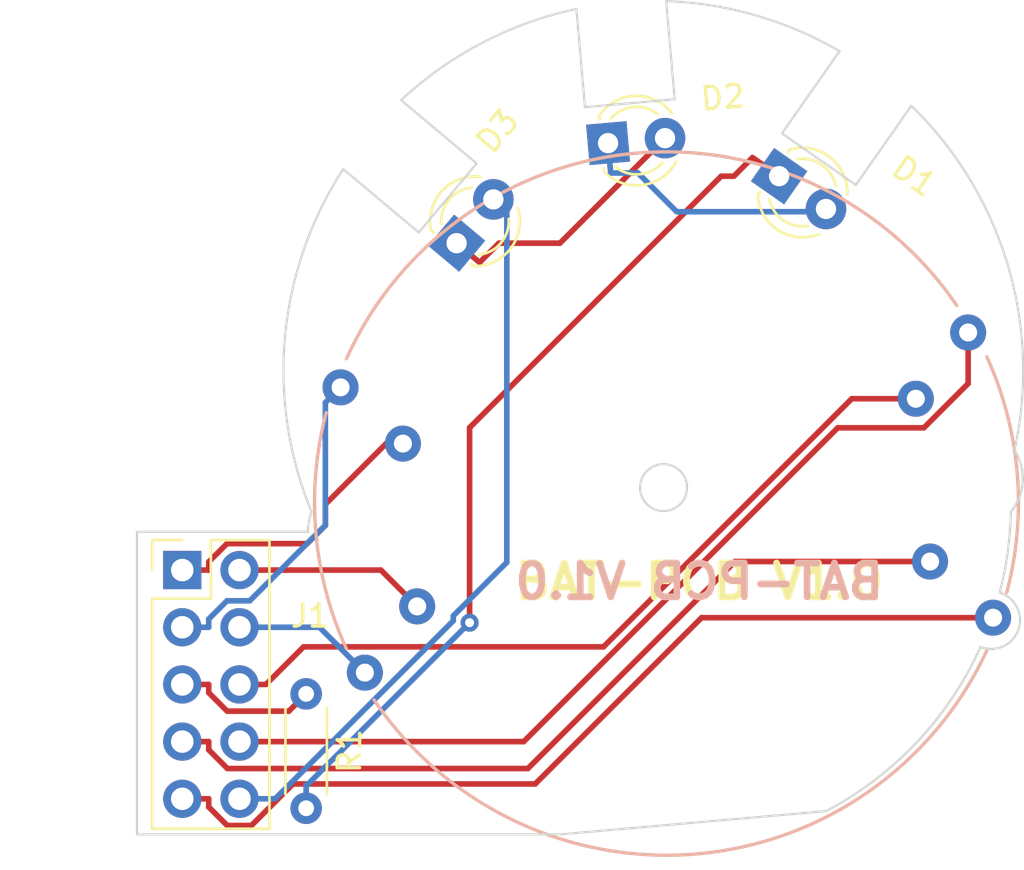
<source format=kicad_pcb>
(kicad_pcb (version 20211014) (generator pcbnew)
  (layers (0 "F.Cu" signal) (31 "B.Cu" signal) (34 "B.Paste" user) (35 "F.Paste" user) (36 "B.SilkS" user "B.Silkscreen") (37 "F.SilkS" user "F.Silkscreen") (38 "B.Mask" user) (39 "F.Mask" user) (44 "Edge.Cuts" user))
  (net 0 "")
  (net 1 "Net-(D1-Pad1)")
  (net 2 "Net-(D1-Pad2)")
  (net 3 "Net-(D2-Pad2)")
  (net 4 "/LED+12V")
  (net 5 "/LED-12V")
  (net 6 "/STEPPER-1-1")
  (net 7 "/STEPPER-1-2")
  (net 8 "/STEPPER-2-1")
  (net 9 "/STEPPER-2-2")
  (net 10 "/STEPPER-1-4")
  (net 11 "/STEPPER-1-3")
  (net 12 "/STEPPER-2-4")
  (net 13 "/STEPPER-2-3")
  (footprint "Resistor_THT:R_Axial_DIN0204_L3.6mm_D1.6mm_P5.08mm_Horizontal" (layer "F.Cu") (at 75 85 -90)
    (fp_text reference "R1" (at 2.54 -1.92 90) (layer "F.SilkS"))
    (fp_text value "R")
    (fp_line (start 0.62 -0.92) (end 4.46 -0.92) (layer "F.SilkS") (width 0.12))
    (fp_line (start 0.62 0.92) (end 4.46 0.92) (layer "F.SilkS") (width 0.12))
    (pad "1" thru_hole circle (at 0 0 270) (size 1.4 1.4) (drill 0.7) (layers *.Cu *.Mask) (net 5 "/LED-12V"))
    (pad "2" thru_hole oval (at 5.08 0 270) (size 1.4 1.4) (drill 0.7) (layers *.Cu *.Mask) (net 1 "Net-(D1-Pad1)"))
  )
  (footprint "LED_THT:LED_D3.0mm" (layer "F.Cu") (at 81.6804 64.9767 50)
    (fp_text reference "D3" (at 4.981966 -1.805106 50) (layer "F.SilkS"))
    (fp_text value "LED")
    (fp_line (start -0.29 -1.236) (end -0.29 -1.08) (layer "F.SilkS") (width 0.12))
    (fp_line (start -0.29 1.08) (end -0.29 1.236) (layer "F.SilkS") (width 0.12))
    (fp_arc (start 0.229039 -1.08) (mid 1.270117 -1.5) (end 2.31113 -1.079837) (layer "F.SilkS") (width 0.12))
    (fp_arc (start 2.942335 1.078608) (mid 1.366487 1.987659) (end -0.29 1.235516) (layer "F.SilkS") (width 0.12))
    (fp_arc (start -0.29 -1.235516) (mid 1.366488 -1.987659) (end 2.942335 -1.078608) (layer "F.SilkS") (width 0.12))
    (fp_arc (start 2.31113 1.079837) (mid 1.270117 1.5) (end 0.229039 1.08) (layer "F.SilkS") (width 0.12))
    (pad "1" thru_hole rect (at 0 0 50) (size 1.8 1.8) (drill 0.9) (layers *.Cu *.Mask) (net 3 "Net-(D2-Pad2)"))
    (pad "2" thru_hole circle (at 2.54 0 50) (size 1.8 1.8) (drill 0.9) (layers *.Cu *.Mask) (net 4 "/LED+12V"))
  )
  (footprint "LED_THT:LED_D3.0mm" (layer "F.Cu") (at 88.4053 60.5314 5)
    (fp_text reference "D2" (at 5.252395 -1.579639 5) (layer "F.SilkS"))
    (fp_text value "LED")
    (fp_line (start -0.29 -1.236) (end -0.29 -1.08) (layer "F.SilkS") (width 0.12))
    (fp_line (start -0.29 1.08) (end -0.29 1.236) (layer "F.SilkS") (width 0.12))
    (fp_arc (start 2.31113 1.079837) (mid 1.270118 1.5) (end 0.229039 1.08) (layer "F.SilkS") (width 0.12))
    (fp_arc (start 0.229039 -1.08) (mid 1.270118 -1.5) (end 2.31113 -1.079837) (layer "F.SilkS") (width 0.12))
    (fp_arc (start 2.942335 1.078608) (mid 1.366488 1.987659) (end -0.29 1.235516) (layer "F.SilkS") (width 0.12))
    (fp_arc (start -0.29 -1.235516) (mid 1.366488 -1.987659) (end 2.942335 -1.078608) (layer "F.SilkS") (width 0.12))
    (pad "1" thru_hole rect (at 0 0 5) (size 1.8 1.8) (drill 0.9) (layers *.Cu *.Mask) (net 2 "Net-(D1-Pad2)"))
    (pad "2" thru_hole circle (at 2.54 0 5) (size 1.8 1.8) (drill 0.9) (layers *.Cu *.Mask) (net 3 "Net-(D2-Pad2)"))
  )
  (footprint "single-x40:X40-stepper" (layer "F.Cu") (at 91 76.5 5)
    (fp_text reference "U1" hide)
    (fp_text value "X40-stepper-gkl_misc" hide)
    (fp_arc (start 13.590314 7.794445) (mid -0.111624 15.666447) (end -13.7 7.6) (layer "B.SilkS") (width 0.15))
    (fp_arc (start 14.731708 -5.211216) (mid 15.626189 0.047138) (end 14.7 5.3) (layer "B.SilkS") (width 0.15))
    (fp_arc (start -13.6 -7.6) (mid 0 -15.579474) (end 13.6 -7.6) (layer "B.SilkS") (width 0.15))
    (fp_arc (start -14.731708 5.211216) (mid -15.626189 -0.047138) (end -14.7 -5.3) (layer "B.SilkS") (width 0.15))
    (pad "" np_thru_hole circle (at 0 -6 5) (size 4.6 4.6) (drill 4.6) (layers *.Cu *.Mask))
    (pad "" np_thru_hole circle (at 0 10.75 5) (size 3 3) (drill 3) (layers *.Cu *.Mask))
    (pad "" np_thru_hole circle (at 8.49 -8.5 5) (size 3 3) (drill 3) (layers *.Cu *.Mask))
    (pad "" np_thru_hole circle (at -13.5 0 5) (size 1.8 1.8) (drill 1.8) (layers *.Cu *.Mask))
    (pad "" np_thru_hole circle (at -8.49 -8.49 5) (size 3 3) (drill 3) (layers *.Cu *.Mask))
    (pad "" np_thru_hole circle (at 13.5 0 5) (size 1.8 1.8) (drill 1.8) (layers *.Cu *.Mask))
    (pad "1" thru_hole circle (at -11.43 -3.63 5) (size 1.6 1.6) (drill 0.8) (layers *.Cu *.Mask) (net 6 "/STEPPER-1-1"))
    (pad "2" thru_hole circle (at -11.43 3.63 5) (size 1.6 1.6) (drill 0.8) (layers *.Cu *.Mask) (net 7 "/STEPPER-1-2"))
    (pad "3" thru_hole circle (at 11.43 3.63 5) (size 1.6 1.6) (drill 0.8) (layers *.Cu *.Mask) (net 11 "/STEPPER-1-3"))
    (pad "4" thru_hole circle (at 11.43 -3.63 5) (size 1.6 1.6) (drill 0.8) (layers *.Cu *.Mask) (net 10 "/STEPPER-1-4"))
    (pad "5" thru_hole circle (at -13.97 -6.36 5) (size 1.6 1.6) (drill 0.8) (layers *.Cu *.Mask) (net 8 "/STEPPER-2-1"))
    (pad "6" thru_hole circle (at -14 6.36 5) (size 1.6 1.6) (drill 0.8) (layers *.Cu *.Mask) (net 9 "/STEPPER-2-2"))
    (pad "7" thru_hole circle (at 14 6.36 5) (size 1.6 1.6) (drill 0.8) (layers *.Cu *.Mask) (net 13 "/STEPPER-2-3"))
    (pad "8" thru_hole circle (at 14 -6.36 5) (size 1.6 1.6) (drill 0.8) (layers *.Cu *.Mask) (net 12 "/STEPPER-2-4"))
  )
  (footprint "LED_THT:LED_D3.0mm" (layer "F.Cu") (at 96 62 -35)
    (fp_text reference "D1" (at 4.914912 -3.441459 145) (layer "F.SilkS"))
    (fp_text value "LED")
    (fp_line (start -0.29 -1.236) (end -0.29 -1.08) (layer "F.SilkS") (width 0.12))
    (fp_line (start -0.29 1.08) (end -0.29 1.236) (layer "F.SilkS") (width 0.12))
    (fp_arc (start 2.942335 1.078608) (mid 1.366487 1.987659) (end -0.29 1.235516) (layer "F.SilkS") (width 0.12))
    (fp_arc (start 2.31113 1.079837) (mid 1.270117 1.5) (end 0.229039 1.08) (layer "F.SilkS") (width 0.12))
    (fp_arc (start 0.229039 -1.08) (mid 1.270118 -1.5) (end 2.31113 -1.079837) (layer "F.SilkS") (width 0.12))
    (fp_arc (start -0.29 -1.235516) (mid 1.366487 -1.987659) (end 2.942335 -1.078608) (layer "F.SilkS") (width 0.12))
    (pad "1" thru_hole rect (at 0 0 325) (size 1.8 1.8) (drill 0.9) (layers *.Cu *.Mask) (net 1 "Net-(D1-Pad1)"))
    (pad "2" thru_hole circle (at 2.54 0 325) (size 1.8 1.8) (drill 0.9) (layers *.Cu *.Mask) (net 2 "Net-(D1-Pad2)"))
  )
  (footprint "Connector_PinHeader_2.54mm:PinHeader_2x05_P2.54mm_Vertical" (layer "F.Cu") (at 69.5 79.5)
    (fp_text reference "J1" (at 5.684 2.034) (layer "F.SilkS"))
    (fp_text value "Conn_02x05_Top_Bottom")
    (fp_line (start -1.33 -1.33) (end 0 -1.33) (layer "F.SilkS") (width 0.12))
    (fp_line (start 1.27 -1.33) (end 3.87 -1.33) (layer "F.SilkS") (width 0.12))
    (fp_line (start -1.33 0) (end -1.33 -1.33) (layer "F.SilkS") (width 0.12))
    (fp_line (start -1.33 1.27) (end 1.27 1.27) (layer "F.SilkS") (width 0.12))
    (fp_line (start 3.87 -1.33) (end 3.87 11.49) (layer "F.SilkS") (width 0.12))
    (fp_line (start -1.33 11.49) (end 3.87 11.49) (layer "F.SilkS") (width 0.12))
    (fp_line (start -1.33 1.27) (end -1.33 11.49) (layer "F.SilkS") (width 0.12))
    (fp_line (start 1.27 1.27) (end 1.27 -1.33) (layer "F.SilkS") (width 0.12))
    (pad "1" thru_hole rect (at 0 0) (size 1.7 1.7) (drill 1) (layers *.Cu *.Mask) (net 6 "/STEPPER-1-1"))
    (pad "2" thru_hole oval (at 2.54 0) (size 1.7 1.7) (drill 1) (layers *.Cu *.Mask) (net 7 "/STEPPER-1-2"))
    (pad "3" thru_hole oval (at 0 2.54) (size 1.7 1.7) (drill 1) (layers *.Cu *.Mask) (net 8 "/STEPPER-2-1"))
    (pad "4" thru_hole oval (at 2.54 2.54) (size 1.7 1.7) (drill 1) (layers *.Cu *.Mask) (net 9 "/STEPPER-2-2"))
    (pad "5" thru_hole oval (at 0 5.08) (size 1.7 1.7) (drill 1) (layers *.Cu *.Mask) (net 5 "/LED-12V"))
    (pad "6" thru_hole oval (at 2.54 5.08) (size 1.7 1.7) (drill 1) (layers *.Cu *.Mask) (net 10 "/STEPPER-1-4"))
    (pad "7" thru_hole oval (at 0 7.62) (size 1.7 1.7) (drill 1) (layers *.Cu *.Mask) (net 11 "/STEPPER-1-3"))
    (pad "8" thru_hole oval (at 2.54 7.62) (size 1.7 1.7) (drill 1) (layers *.Cu *.Mask) (net 12 "/STEPPER-2-4"))
    (pad "9" thru_hole oval (at 0 10.16) (size 1.7 1.7) (drill 1) (layers *.Cu *.Mask) (net 13 "/STEPPER-2-3"))
    (pad "10" thru_hole oval (at 2.54 10.16) (size 1.7 1.7) (drill 1) (layers *.Cu *.Mask) (net 4 "/LED+12V"))
  )
  (gr_line (start 67.489663 77.797829) (end 67.489663 91.241838) (layer "Edge.Cuts") (width 0.1))
  (gr_line (start 80 64.5) (end 76.645987 61.68565) (layer "Edge.Cuts") (width 0.1))
  (gr_arc (start 105.791382 80.502376) (mid 106.622943 82.150369) (end 104.941743 82.912566) (layer "Edge.Cuts") (width 0.1))
  (gr_line (start 67.489663 91.241838) (end 86.256908 91.241838) (layer "Edge.Cuts") (width 0.1))
  (gr_line (start 87.380083 58.933247) (end 86.99857 54.57253) (layer "Edge.Cuts") (width 0.1))
  (gr_arc (start 75.240884 76.912424) (mid 74.062884 69.125503) (end 76.645987 61.68565) (layer "Edge.Cuts") (width 0.1))
  (gr_arc (start 104.941743 82.912566) (mid 102.125746 87.134003) (end 98.087396 90.206804) (layer "Edge.Cuts") (width 0.1))
  (gr_arc (start 106.287294 76.914032) (mid 106.145548 78.722882) (end 105.791382 80.502376) (layer "Edge.Cuts") (width 0.1))
  (gr_line (start 82.57115 61.435823) (end 80 64.5) (layer "Edge.Cuts") (width 0.1))
  (gr_circle (center 90.869526 75.83524) (end 91.913153 75.83524) (layer "Edge.Cuts") (width 0.1) (fill none))
  (gr_line (start 99.405072 62.391769) (end 96.128464 60.097463) (layer "Edge.Cuts") (width 0.1))
  (gr_line (start 86.256908 91.241838) (end 98.087396 90.206804) (layer "Edge.Cuts") (width 0.1))
  (gr_arc (start 101.871028 58.87002) (mid 106.146965 65.928829) (end 106.449107 74.1762) (layer "Edge.Cuts") (width 0.1))
  (gr_line (start 101.871028 58.87002) (end 99.405072 62.391769) (layer "Edge.Cuts") (width 0.1))
  (gr_arc (start 90.983283 54.223159) (mid 94.971521 54.858278) (end 98.684136 56.447586) (layer "Edge.Cuts") (width 0.1))
  (gr_arc (start 75.082422 77.797829) (mid 75.121587 77.347956) (end 75.240884 76.912424) (layer "Edge.Cuts") (width 0.1))
  (gr_line (start 96.128464 60.097463) (end 98.684136 56.447586) (layer "Edge.Cuts") (width 0.1))
  (gr_arc (start 106.449107 74.1762) (mid 106.816094 75.571588) (end 106.287294 76.914032) (layer "Edge.Cuts") (width 0.1))
  (gr_line (start 75.082422 77.797829) (end 67.489663 77.797829) (layer "Edge.Cuts") (width 0.1))
  (gr_line (start 91.364862 58.584624) (end 87.380083 58.933247) (layer "Edge.Cuts") (width 0.1))
  (gr_arc (start 79.21806 58.622246) (mid 82.832918 56.068282) (end 86.99857 54.57253) (layer "Edge.Cuts") (width 0.1))
  (gr_line (start 79.21806 58.622246) (end 82.57115 61.435823) (layer "Edge.Cuts") (width 0.1))
  (gr_line (start 90.983283 54.223159) (end 91.364862 58.584624) (layer "Edge.Cuts") (width 0.1))
  (gr_text "BAT-PCB V1.0" (at 92.456 80.01) (layer "B.SilkS") (effects (font (size 1.5 1.5) (thickness 0.3)) (justify mirror)))
  (gr_text "BAT-PCB V1.0" (at 92.456 80.01) (layer "F.SilkS") (effects (font (size 1.5 1.5) (thickness 0.3))))
  (segment (start 94.8193 61.1732) (end 93.9925 62) (width 0.25) (layer "F.Cu") (net 1))
  (segment (start 93.9925 62) (end 93.43 62) (width 0.25) (layer "F.Cu") (net 1))
  (segment (start 96 62) (end 94.8193 61.1732) (width 0.25) (layer "F.Cu") (net 1))
  (segment (start 82.2574 73.1726) (end 82.2574 81.836) (width 0.25) (layer "F.Cu") (net 1))
  (segment (start 93.43 62) (end 82.2574 73.1726) (width 0.25) (layer "F.Cu") (net 1))
  (via (at 82.2574 81.836) (size 0.8) (drill 0.4) (layers "F.Cu" "B.Cu") (net 1))
  (segment (start 82.2574 81.836) (end 75.0387 89.0547) (width 0.25) (layer "B.Cu") (net 1))
  (segment (start 75.0387 89.0547) (end 75 89.0547) (width 0.25) (layer "B.Cu") (net 1))
  (segment (start 75 90.08) (end 75 89.0547) (width 0.25) (layer "B.Cu") (net 1))
  (segment (start 91.4529 63.579) (end 89.7327 61.8588) (width 0.25) (layer "B.Cu") (net 2))
  (segment (start 97.9585 63.579) (end 91.4529 63.579) (width 0.25) (layer "B.Cu") (net 2))
  (segment (start 88.4053 60.5314) (end 88.5215 61.8588) (width 0.25) (layer "B.Cu") (net 2))
  (segment (start 89.7327 61.8588) (end 88.5215 61.8588) (width 0.25) (layer "B.Cu") (net 2))
  (segment (start 98.0806 63.4569) (end 97.9585 63.579) (width 0.25) (layer "B.Cu") (net 2))
  (segment (start 86.2689 64.9767) (end 83.5577 64.9767) (width 0.25) (layer "F.Cu") (net 3))
  (segment (start 83.5577 64.9767) (end 82.7011 65.8333) (width 0.25) (layer "F.Cu") (net 3))
  (segment (start 90.9356 60.31) (end 86.2689 64.9767) (width 0.25) (layer "F.Cu") (net 3))
  (segment (start 81.6804 64.9767) (end 82.7011 65.8333) (width 0.25) (layer "F.Cu") (net 3))
  (segment (start 83.91 63.6278) (end 83.91 79.1577) (width 0.25) (layer "B.Cu") (net 4))
  (segment (start 73.6239 89.66) (end 72.04 89.66) (width 0.25) (layer "B.Cu") (net 4))
  (segment (start 81.5321 81.5356) (end 81.5321 81.7518) (width 0.25) (layer "B.Cu") (net 4))
  (segment (start 83.3131 63.0309) (end 83.91 63.6278) (width 0.25) (layer "B.Cu") (net 4))
  (segment (start 83.91 79.1577) (end 81.5321 81.5356) (width 0.25) (layer "B.Cu") (net 4))
  (segment (start 81.5321 81.7518) (end 73.6239 89.66) (width 0.25) (layer "B.Cu") (net 4))
  (segment (start 70.6753 84.9473) (end 71.4937 85.7657) (width 0.25) (layer "F.Cu") (net 5))
  (segment (start 70.6753 84.58) (end 70.6753 84.9473) (width 0.25) (layer "F.Cu") (net 5))
  (segment (start 69.5 84.58) (end 70.6753 84.58) (width 0.25) (layer "F.Cu") (net 5))
  (segment (start 71.4937 85.7657) (end 74.2343 85.7657) (width 0.25) (layer "F.Cu") (net 5))
  (segment (start 74.2343 85.7657) (end 75 85) (width 0.25) (layer "F.Cu") (net 5))
  (segment (start 75.0454 78.3247) (end 75.8524 77.5177) (width 0.25) (layer "F.Cu") (net 6))
  (segment (start 75.8524 76.5771) (end 78.5495 73.88) (width 0.25) (layer "F.Cu") (net 6))
  (segment (start 75.8524 77.5177) (end 75.8524 76.5771) (width 0.25) (layer "F.Cu") (net 6))
  (segment (start 69.5 79.5) (end 70.6753 79.5) (width 0.25) (layer "F.Cu") (net 6))
  (segment (start 70.6753 79.1326) (end 71.4832 78.3247) (width 0.25) (layer "F.Cu") (net 6))
  (segment (start 71.4832 78.3247) (end 75.0454 78.3247) (width 0.25) (layer "F.Cu") (net 6))
  (segment (start 70.6753 79.5) (end 70.6753 79.1326) (width 0.25) (layer "F.Cu") (net 6))
  (segment (start 78.5495 73.88) (end 79.2971 73.88) (width 0.25) (layer "F.Cu") (net 6))
  (segment (start 72.04 79.5) (end 78.3175 79.5) (width 0.25) (layer "F.Cu") (net 7))
  (segment (start 78.3175 79.5) (end 79.9299 81.1124) (width 0.25) (layer "F.Cu") (net 7))
  (segment (start 70.6753 82.04) (end 70.6753 81.6726) (width 0.25) (layer "B.Cu") (net 8))
  (segment (start 71.4832 80.8647) (end 72.4953 80.8647) (width 0.25) (layer "B.Cu") (net 8))
  (segment (start 69.5 82.04) (end 70.6753 82.04) (width 0.25) (layer "B.Cu") (net 8))
  (segment (start 72.4953 80.8647) (end 75.8524 77.5076) (width 0.25) (layer "B.Cu") (net 8))
  (segment (start 75.8524 72.0582) (end 76.5288 71.3818) (width 0.25) (layer "B.Cu") (net 8))
  (segment (start 75.8524 77.5076) (end 75.8524 72.0582) (width 0.25) (layer "B.Cu") (net 8))
  (segment (start 70.6753 81.6726) (end 71.4832 80.8647) (width 0.25) (layer "B.Cu") (net 8))
  (segment (start 75.5916 82.04) (end 77.6076 84.056) (width 0.25) (layer "B.Cu") (net 9))
  (segment (start 72.04 82.04) (end 75.5916 82.04) (width 0.25) (layer "B.Cu") (net 9))
  (segment (start 73.2153 84.58) (end 74.8852 82.9101) (width 0.25) (layer "F.Cu") (net 10))
  (segment (start 99.2249 71.8876) (end 102.0701 71.8876) (width 0.25) (layer "F.Cu") (net 10))
  (segment (start 74.8852 82.9101) (end 88.2024 82.9101) (width 0.25) (layer "F.Cu") (net 10))
  (segment (start 88.2024 82.9101) (end 99.2249 71.8876) (width 0.25) (layer "F.Cu") (net 10))
  (segment (start 72.04 84.58) (end 73.2153 84.58) (width 0.25) (layer "F.Cu") (net 10))
  (segment (start 84.8461 88.3158) (end 94.0419 79.12) (width 0.25) (layer "F.Cu") (net 11))
  (segment (start 70.6753 87.4873) (end 71.5038 88.3158) (width 0.25) (layer "F.Cu") (net 11))
  (segment (start 70.6753 87.12) (end 70.6753 87.4873) (width 0.25) (layer "F.Cu") (net 11))
  (segment (start 71.5038 88.3158) (end 84.8461 88.3158) (width 0.25) (layer "F.Cu") (net 11))
  (segment (start 69.5 87.12) (end 70.6753 87.12) (width 0.25) (layer "F.Cu") (net 11))
  (segment (start 94.0419 79.12) (end 102.7029 79.12) (width 0.25) (layer "F.Cu") (net 11))
  (segment (start 98.6018 73.1783) (end 102.4267 73.1783) (width 0.25) (layer "F.Cu") (net 12))
  (segment (start 102.4267 73.1783) (end 104.3924 71.2126) (width 0.25) (layer "F.Cu") (net 12))
  (segment (start 72.04 87.12) (end 84.6601 87.12) (width 0.25) (layer "F.Cu") (net 12))
  (segment (start 104.3924 71.2126) (end 104.3924 68.944) (width 0.25) (layer "F.Cu") (net 12))
  (segment (start 84.6601 87.12) (end 98.6018 73.1783) (width 0.25) (layer "F.Cu") (net 12))
  (segment (start 71.4929 90.8449) (end 72.5722 90.8449) (width 0.25) (layer "F.Cu") (net 13))
  (segment (start 85.1711 89.001) (end 92.5565 81.6156) (width 0.25) (layer "F.Cu") (net 13))
  (segment (start 72.5722 90.8449) (end 74.4161 89.001) (width 0.25) (layer "F.Cu") (net 13))
  (segment (start 70.6753 89.66) (end 70.6753 90.0273) (width 0.25) (layer "F.Cu") (net 13))
  (segment (start 70.6753 90.0273) (end 71.4929 90.8449) (width 0.25) (layer "F.Cu") (net 13))
  (segment (start 69.5 89.66) (end 70.6753 89.66) (width 0.25) (layer "F.Cu") (net 13))
  (segment (start 92.5565 81.6156) (end 105.501 81.6156) (width 0.25) (layer "F.Cu") (net 13))
  (segment (start 74.4161 89.001) (end 85.1711 89.001) (width 0.25) (layer "F.Cu") (net 13))
)
</source>
